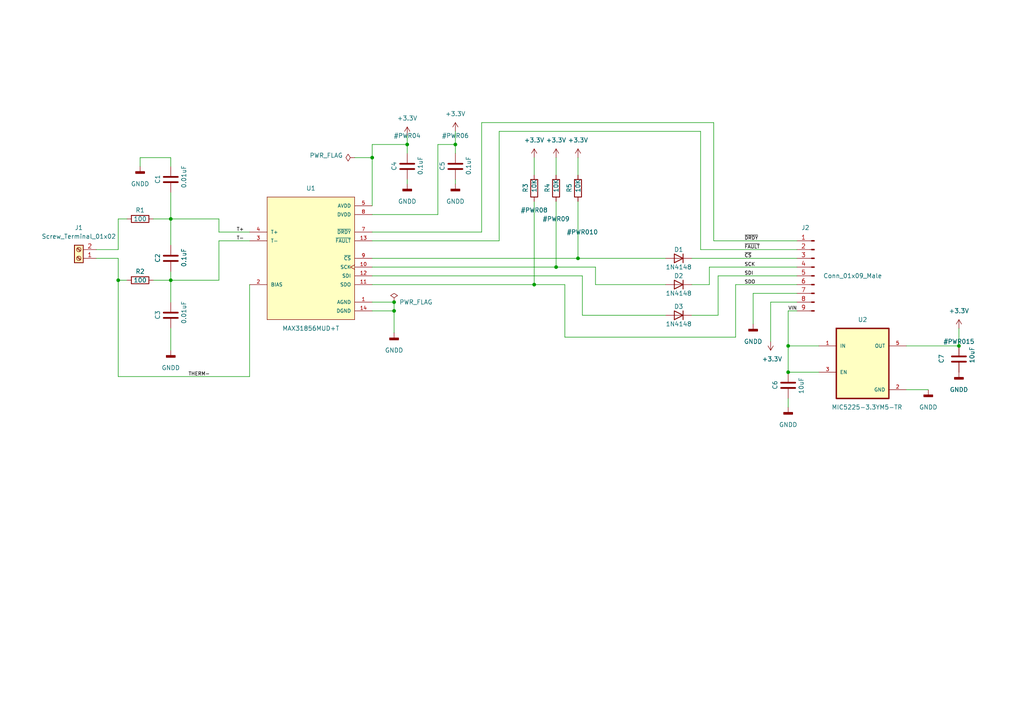
<source format=kicad_sch>
(kicad_sch (version 20211123) (generator eeschema)
  (paper "A4")
  (title_block (title "FLCS MAX31856 board") (date "2022-10-26") (rev "0.0.1") (company "FirstLink Consulting Services") (comment 1 "Based on previous work from AdaFruit"))
  (lib_symbols
    (symbol "Connector:Conn_01x09_Male" (pin_names (offset 1.016) hide)
      (property "Reference" "J" (at 0 12.7 0))
      (property "Value" "Conn_01x09_Male" (at 0 -12.7 0))
      (symbol "Conn_01x09_Male_1_1"
        (polyline (pts (xy 1.27 -10.16) (xy 0.8636 -10.16)) (stroke (width 0.1524)))
        (polyline (pts (xy 1.27 -7.62) (xy 0.8636 -7.62)) (stroke (width 0.1524)))
        (polyline (pts (xy 1.27 -5.08) (xy 0.8636 -5.08)) (stroke (width 0.1524)))
        (polyline (pts (xy 1.27 -2.54) (xy 0.8636 -2.54)) (stroke (width 0.1524)))
        (polyline (pts (xy 1.27 0) (xy 0.8636 0)) (stroke (width 0.1524)))
        (polyline (pts (xy 1.27 2.54) (xy 0.8636 2.54)) (stroke (width 0.1524)))
        (polyline (pts (xy 1.27 5.08) (xy 0.8636 5.08)) (stroke (width 0.1524)))
        (polyline (pts (xy 1.27 7.62) (xy 0.8636 7.62)) (stroke (width 0.1524)))
        (polyline (pts (xy 1.27 10.16) (xy 0.8636 10.16)) (stroke (width 0.1524)))
        (rectangle (start 0.8636 -10.033) (end 0 -10.287) (stroke (width 0.1524)) (fill (type outline)))
        (rectangle (start 0.8636 -7.493) (end 0 -7.747) (stroke (width 0.1524)) (fill (type outline)))
        (rectangle (start 0.8636 -4.953) (end 0 -5.207) (stroke (width 0.1524)) (fill (type outline)))
        (rectangle (start 0.8636 -2.413) (end 0 -2.667) (stroke (width 0.1524)) (fill (type outline)))
        (rectangle (start 0.8636 0.127) (end 0 -0.127) (stroke (width 0.1524)) (fill (type outline)))
        (rectangle (start 0.8636 2.667) (end 0 2.413) (stroke (width 0.1524)) (fill (type outline)))
        (rectangle (start 0.8636 5.207) (end 0 4.953) (stroke (width 0.1524)) (fill (type outline)))
        (rectangle (start 0.8636 7.747) (end 0 7.493) (stroke (width 0.1524)) (fill (type outline)))
        (rectangle (start 0.8636 10.287) (end 0 10.033) (stroke (width 0.1524)) (fill (type outline)))
        (pin passive line (at 5.08 10.16 180) (length 3.81) (name "Pin_1") (number "1"))
        (pin passive line (at 5.08 7.62 180) (length 3.81) (name "Pin_2") (number "2"))
        (pin passive line (at 5.08 5.08 180) (length 3.81) (name "Pin_3") (number "3"))
        (pin passive line (at 5.08 2.54 180) (length 3.81) (name "Pin_4") (number "4"))
        (pin passive line (at 5.08 0 180) (length 3.81) (name "Pin_5") (number "5"))
        (pin passive line (at 5.08 -2.54 180) (length 3.81) (name "Pin_6") (number "6"))
        (pin passive line (at 5.08 -5.08 180) (length 3.81) (name "Pin_7") (number "7"))
        (pin passive line (at 5.08 -7.62 180) (length 3.81) (name "Pin_8") (number "8"))
        (pin passive line (at 5.08 -10.16 180) (length 3.81) (name "Pin_9") (number "9"))
      )
    )
    (symbol "Connector:Screw_Terminal_01x02" (pin_names (offset 1.016) hide)
      (property "Reference" "J" (at 0 2.54 0))
      (property "Value" "Screw_Terminal_01x02" (at 0 -5.08 0))
      (symbol "Screw_Terminal_01x02_1_1"
        (rectangle (start -1.27 1.27) (end 1.27 -3.81) (stroke (width 0.254)) (fill (type background)))
        (circle (center 0 -2.54) (radius 0.635) (stroke (width 0.1524)))
        (polyline (pts (xy -0.5334 -2.2098) (xy 0.3302 -3.048)) (stroke (width 0.1524)))
        (polyline (pts (xy -0.5334 0.3302) (xy 0.3302 -0.508)) (stroke (width 0.1524)))
        (polyline (pts (xy -0.3556 -2.032) (xy 0.508 -2.8702)) (stroke (width 0.1524)))
        (polyline (pts (xy -0.3556 0.508) (xy 0.508 -0.3302)) (stroke (width 0.1524)))
        (circle (center 0 0) (radius 0.635) (stroke (width 0.1524)))
        (pin passive line (at -5.08 0 0) (length 3.81) (name "Pin_1") (number "1"))
        (pin passive line (at -5.08 -2.54 0) (length 3.81) (name "Pin_2") (number "2"))
      )
    )
    (symbol "Device:C" (pin_numbers hide) (pin_names (offset 0.254))
      (property "Reference" "C" (at 0.635 2.54 0))
      (property "Value" "C" (at 0.635 -2.54 0))
      (symbol "C_0_1"
        (polyline (pts (xy -2.032 -0.762) (xy 2.032 -0.762)) (stroke (width 0.508)))
        (polyline (pts (xy -2.032 0.762) (xy 2.032 0.762)) (stroke (width 0.508)))
      )
      (symbol "C_1_1"
        (pin passive line (at 0 3.81 270) (length 2.794) (name "~") (number "1"))
        (pin passive line (at 0 -3.81 90) (length 2.794) (name "~") (number "2"))
      )
    )
    (symbol "Device:R" (pin_numbers hide) (pin_names (offset 0))
      (property "Reference" "R" (at 2.032 0 90))
      (property "Value" "R" (at 0 0 90))
      (symbol "R_0_1"
        (rectangle (start -1.016 -2.54) (end 1.016 2.54) (stroke (width 0.254)))
      )
      (symbol "R_1_1"
        (pin passive line (at 0 3.81 270) (length 1.27) (name "~") (number "1"))
        (pin passive line (at 0 -3.81 90) (length 1.27) (name "~") (number "2"))
      )
    )
    (symbol "Diode:1N4148" (pin_numbers hide) (pin_names hide)
      (property "Reference" "D" (at 0 2.54 0))
      (property "Value" "1N4148" (at 0 -2.54 0))
      (symbol "1N4148_0_1"
        (polyline (pts (xy -1.27 1.27) (xy -1.27 -1.27)) (stroke (width 0.254)))
        (polyline (pts (xy 1.27 0) (xy -1.27 0)))
        (polyline (pts (xy 1.27 1.27) (xy 1.27 -1.27) (xy -1.27 0) (xy 1.27 1.27)) (stroke (width 0.254)))
      )
      (symbol "1N4148_1_1"
        (pin passive line (at -3.81 0 0) (length 2.54) (name "K") (number "1"))
        (pin passive line (at 3.81 0 180) (length 2.54) (name "A") (number "2"))
      )
    )
    (symbol "MAX31856MUD_T:MAX31856MUD+T" (pin_names (offset 1.016))
      (property "Reference" "U" (at -12.7 18.542 0))
      (property "Value" "MAX31856MUD+T" (at -12.7 -20.32 0))
      (symbol "MAX31856MUD+T_0_0"
        (rectangle (start -12.7 -17.78) (end 12.7 17.78) (stroke (width 0.1524)) (fill (type background)))
        (pin power_in line (at 17.78 -12.7 180) (length 5.08) (name "AGND") (number "1"))
        (pin input clock (at 17.78 -2.54 180) (length 5.08) (name "SCK") (number "10"))
        (pin output line (at 17.78 -7.62 180) (length 5.08) (name "SDO") (number "11"))
        (pin input line (at 17.78 -5.08 180) (length 5.08) (name "SDI") (number "12"))
        (pin output line (at 17.78 5.08 180) (length 5.08) (name "~{FAULT}") (number "13"))
        (pin power_in line (at 17.78 -15.24 180) (length 5.08) (name "DGND") (number "14"))
        (pin passive line (at -17.78 -7.62 0) (length 5.08) (name "BIAS") (number "2"))
        (pin input line (at -17.78 5.08 0) (length 5.08) (name "T-") (number "3"))
        (pin input line (at -17.78 7.62 0) (length 5.08) (name "T+") (number "4"))
        (pin power_in line (at 17.78 15.24 180) (length 5.08) (name "AVDD") (number "5"))
        (pin output line (at 17.78 7.62 180) (length 5.08) (name "~{DRDY}") (number "7"))
        (pin power_in line (at 17.78 12.7 180) (length 5.08) (name "DVDD") (number "8"))
        (pin input line (at 17.78 0 180) (length 5.08) (name "~{CS}") (number "9"))
      )
    )
    (symbol "MIC5225-3.3YM5-TR:MIC5225-3.3YM5-TR" (pin_names (offset 1.016))
      (property "Reference" "U" (at -7.6454 11.2014 0))
      (property "Value" "MIC5225-3.3YM5-TR" (at -7.9248 -13.208 0))
      (symbol "MIC5225-3.3YM5-TR_0_0"
        (rectangle (start -7.62 -10.16) (end 7.62 10.16) (stroke (width 0.4064)) (fill (type background)))
        (pin input line (at -12.7 5.08 0) (length 5.08) (name "IN") (number "1"))
        (pin power_in line (at 12.7 -7.62 180) (length 5.08) (name "GND") (number "2"))
        (pin input line (at -12.7 -2.54 0) (length 5.08) (name "EN") (number "3"))
        (pin output line (at 12.7 5.08 180) (length 5.08) (name "OUT") (number "5"))
      )
    )
    (symbol "power:+3.3V" (power) (pin_names (offset 0))
      (property "Value" "+3.3V" (at 0 3.556 0))
      (symbol "+3.3V_0_1"
        (polyline (pts (xy -0.762 1.27) (xy 0 2.54)))
        (polyline (pts (xy 0 0) (xy 0 2.54)))
        (polyline (pts (xy 0 2.54) (xy 0.762 1.27)))
      )
      (symbol "+3.3V_1_1"
        (pin power_in line (at 0 0 90) (length 0) hide (name "+3.3V") (number "1"))
      )
    )
    (symbol "power:GNDD" (power) (pin_names (offset 0))
      (property "Value" "GNDD" (at 0 -3.175 0))
      (symbol "GNDD_0_1"
        (rectangle (start -1.27 -1.524) (end 1.27 -2.032) (stroke (width 0.254)) (fill (type outline)))
        (polyline (pts (xy 0 0) (xy 0 -1.524)))
      )
      (symbol "GNDD_1_1"
        (pin power_in line (at 0 0 270) (length 0) hide (name "GNDD") (number "1"))
      )
    )
    (symbol "power:PWR_FLAG" (power) (pin_numbers hide) (pin_names (offset 0) hide)
      (property "Value" "PWR_FLAG" (at 0 3.81 0))
      (symbol "PWR_FLAG_0_0"
        (pin power_out line (at 0 0 90) (length 0) (name "pwr") (number "1"))
      )
      (symbol "PWR_FLAG_0_1"
        (polyline (pts (xy 0 0) (xy 0 1.27) (xy -1.016 1.905) (xy 0 2.54) (xy 1.016 1.905) (xy 0 1.27)))
      )
    )
  )
  (junction (at 132.08 41.91))
  (junction (at 114.3 90.17))
  (junction (at 154.94 82.55))
  (junction (at 278.13 100.33))
  (junction (at 228.6 100.33))
  (junction (at 49.53 63.5))
  (junction (at 118.11 41.91))
  (junction (at 161.29 77.47))
  (junction (at 114.3 87.63))
  (junction (at 228.6 107.95))
  (junction (at 167.64 74.93))
  (junction (at 34.29 81.28))
  (junction (at 49.53 81.28))
  (junction (at 107.95 45.72))
  (wire (pts (xy 231.14 87.63) (xy 223.52 87.63)))
  (wire (pts (xy 44.45 63.5) (xy 49.53 63.5)))
  (wire (pts (xy 228.6 90.17) (xy 231.14 90.17)))
  (wire (pts (xy 107.95 87.63) (xy 114.3 87.63)))
  (wire (pts (xy 63.5 69.85) (xy 63.5 81.28)))
  (wire (pts (xy 223.52 87.63) (xy 223.52 99.06)))
  (wire (pts (xy 228.6 100.33) (xy 237.49 100.33)))
  (wire (pts (xy 49.53 45.72) (xy 40.64 45.72)))
  (wire (pts (xy 172.72 77.47) (xy 172.72 82.55)))
  (wire (pts (xy 161.29 77.47) (xy 172.72 77.47)))
  (wire (pts (xy 107.95 41.91) (xy 118.11 41.91)))
  (wire (pts (xy 63.5 63.5) (xy 49.53 63.5)))
  (wire (pts (xy 203.2 38.1) (xy 203.2 72.39)))
  (wire (pts (xy 208.28 80.01) (xy 231.14 80.01)))
  (wire (pts (xy 49.53 48.26) (xy 49.53 45.72)))
  (wire (pts (xy 167.64 74.93) (xy 193.04 74.93)))
  (wire (pts (xy 107.95 69.85) (xy 144.78 69.85)))
  (wire (pts (xy 72.39 109.22) (xy 34.29 109.22)))
  (wire (pts (xy 218.44 85.09) (xy 218.44 93.98)))
  (wire (pts (xy 107.95 80.01) (xy 168.91 80.01)))
  (wire (pts (xy 118.11 39.37) (xy 118.11 41.91)))
  (wire (pts (xy 34.29 81.28) (xy 34.29 74.93)))
  (wire (pts (xy 144.78 69.85) (xy 144.78 38.1)))
  (wire (pts (xy 107.95 59.69) (xy 107.95 45.72)))
  (wire (pts (xy 114.3 87.63) (xy 114.3 90.17)))
  (wire (pts (xy 167.64 45.72) (xy 167.64 50.8)))
  (wire (pts (xy 49.53 78.74) (xy 49.53 81.28)))
  (wire (pts (xy 36.83 81.28) (xy 34.29 81.28)))
  (wire (pts (xy 34.29 74.93) (xy 27.94 74.93)))
  (wire (pts (xy 154.94 58.42) (xy 154.94 82.55)))
  (wire (pts (xy 228.6 107.95) (xy 237.49 107.95)))
  (wire (pts (xy 63.5 81.28) (xy 49.53 81.28)))
  (wire (pts (xy 228.6 90.17) (xy 228.6 100.33)))
  (wire (pts (xy 278.13 95.25) (xy 278.13 100.33)))
  (wire (pts (xy 44.45 81.28) (xy 49.53 81.28)))
  (wire (pts (xy 144.78 38.1) (xy 203.2 38.1)))
  (wire (pts (xy 72.39 67.31) (xy 63.5 67.31)))
  (wire (pts (xy 207.01 35.56) (xy 207.01 69.85)))
  (wire (pts (xy 102.87 45.72) (xy 107.95 45.72)))
  (wire (pts (xy 107.95 74.93) (xy 167.64 74.93)))
  (wire (pts (xy 262.89 100.33) (xy 278.13 100.33)))
  (wire (pts (xy 34.29 72.39) (xy 27.94 72.39)))
  (wire (pts (xy 139.7 67.31) (xy 139.7 35.56)))
  (wire (pts (xy 167.64 58.42) (xy 167.64 74.93)))
  (wire (pts (xy 154.94 82.55) (xy 163.83 82.55)))
  (wire (pts (xy 172.72 82.55) (xy 193.04 82.55)))
  (wire (pts (xy 107.95 45.72) (xy 107.95 41.91)))
  (wire (pts (xy 161.29 58.42) (xy 161.29 77.47)))
  (wire (pts (xy 228.6 115.57) (xy 228.6 118.11)))
  (wire (pts (xy 262.89 113.03) (xy 269.24 113.03)))
  (wire (pts (xy 228.6 100.33) (xy 228.6 107.95)))
  (wire (pts (xy 72.39 69.85) (xy 63.5 69.85)))
  (wire (pts (xy 40.64 45.72) (xy 40.64 48.26)))
  (wire (pts (xy 207.01 69.85) (xy 231.14 69.85)))
  (wire (pts (xy 107.95 77.47) (xy 161.29 77.47)))
  (wire (pts (xy 49.53 63.5) (xy 49.53 71.12)))
  (wire (pts (xy 114.3 90.17) (xy 114.3 96.52)))
  (wire (pts (xy 49.53 81.28) (xy 49.53 87.63)))
  (wire (pts (xy 127 62.23) (xy 127 41.91)))
  (wire (pts (xy 163.83 82.55) (xy 163.83 97.79)))
  (wire (pts (xy 107.95 90.17) (xy 114.3 90.17)))
  (wire (pts (xy 63.5 67.31) (xy 63.5 63.5)))
  (wire (pts (xy 168.91 91.44) (xy 193.04 91.44)))
  (wire (pts (xy 203.2 72.39) (xy 231.14 72.39)))
  (wire (pts (xy 107.95 67.31) (xy 139.7 67.31)))
  (wire (pts (xy 200.66 82.55) (xy 205.74 82.55)))
  (wire (pts (xy 72.39 82.55) (xy 72.39 109.22)))
  (wire (pts (xy 107.95 62.23) (xy 127 62.23)))
  (wire (pts (xy 127 41.91) (xy 132.08 41.91)))
  (wire (pts (xy 205.74 77.47) (xy 231.14 77.47)))
  (wire (pts (xy 208.28 91.44) (xy 208.28 80.01)))
  (wire (pts (xy 163.83 97.79) (xy 213.36 97.79)))
  (wire (pts (xy 200.66 91.44) (xy 208.28 91.44)))
  (wire (pts (xy 205.74 82.55) (xy 205.74 77.47)))
  (wire (pts (xy 36.83 63.5) (xy 34.29 63.5)))
  (wire (pts (xy 139.7 35.56) (xy 207.01 35.56)))
  (wire (pts (xy 213.36 97.79) (xy 213.36 82.55)))
  (wire (pts (xy 49.53 95.25) (xy 49.53 101.6)))
  (wire (pts (xy 118.11 52.07) (xy 118.11 53.34)))
  (wire (pts (xy 200.66 74.93) (xy 231.14 74.93)))
  (wire (pts (xy 231.14 85.09) (xy 218.44 85.09)))
  (wire (pts (xy 34.29 63.5) (xy 34.29 72.39)))
  (wire (pts (xy 49.53 55.88) (xy 49.53 63.5)))
  (wire (pts (xy 132.08 38.1) (xy 132.08 41.91)))
  (wire (pts (xy 161.29 45.72) (xy 161.29 50.8)))
  (wire (pts (xy 118.11 41.91) (xy 118.11 44.45)))
  (wire (pts (xy 34.29 109.22) (xy 34.29 81.28)))
  (wire (pts (xy 168.91 80.01) (xy 168.91 91.44)))
  (wire (pts (xy 154.94 45.72) (xy 154.94 50.8)))
  (wire (pts (xy 107.95 82.55) (xy 154.94 82.55)))
  (wire (pts (xy 213.36 82.55) (xy 231.14 82.55)))
  (wire (pts (xy 132.08 41.91) (xy 132.08 44.45)))
  (wire (pts (xy 132.08 52.07) (xy 132.08 53.34)))
  (label "THERM-" (at 54.61 109.22 0) (effects (font (size 1 1))))
  (label "T+" (at 68.58 67.31 0) (effects (font (size 1 1))))
  (label "~{DRDY}" (at 215.9 69.85 0) (effects (font (size 1 1))))
  (label "SDO" (at 215.9 82.55 0) (effects (font (size 1 1))))
  (label "T-" (at 68.58 69.85 0) (effects (font (size 1 1))))
  (label "~{CS}" (at 215.9 74.93 0) (effects (font (size 1 1))))
  (label "VIN" (at 228.6 90.17 0) (effects (font (size 1 1))))
  (label "~{FAULT}" (at 215.9 72.39 0) (effects (font (size 1 1))))
  (label "SCK" (at 215.9 77.47 0) (effects (font (size 1 1))))
  (label "SDI" (at 215.9 80.01 0) (effects (font (size 1 1))))
  (symbol (lib_id "Diode:1N4148") (at 196.85 82.55 180) (unit 1)
    (property "Reference" "D2" (at 196.85 80.01 0))
    (property "Value" "1N4148" (at 196.85 85.09 0))
    (property "Footprint" "Diode_SMD:D_1206_3216Metric_Pad1.42x1.75mm_HandSolder" (effects hide))
    (property "Datasheet" "https://assets.nexperia.com/documents/data-sheet/1N4148_1N4448.pdf" (effects hide))
  )
  (symbol (lib_id "Device:C") (at 132.08 48.26 0) (unit 1)
    (property "Reference" "C5" (at 128.27 49.53 90) (effects (justify left)))
    (property "Value" "0.1uF" (at 135.89 50.8 90) (effects (justify left)))
    (property "Footprint" "Capacitor_Tantalum_SMD:CP_EIA-3216-10_Kemet-I_Pad1.58x1.35mm_HandSolder" (effects hide))
  )
  (symbol (lib_id "power:GNDD") (at 49.53 101.6 0) (unit 1)
    (property "Reference" "#PWR02" (effects hide))
    (property "Value" "GNDD" (at 49.53 106.68 0))
  )
  (symbol (lib_id "power:GNDD") (at 114.3 96.52 0) (unit 1)
    (property "Reference" "#PWR03" (effects hide))
    (property "Value" "GNDD" (at 114.3 101.6 0))
  )
  (symbol (lib_id "Device:R") (at 167.64 54.61 0) (unit 1)
    (property "Reference" "R5" (at 165.1 55.88 90) (effects (justify left)))
    (property "Value" "10K" (at 167.64 55.88 90) (effects (justify left)))
    (property "Footprint" "Resistor_SMD:R_1206_3216Metric_Pad1.30x1.75mm_HandSolder" (effects hide))
  )
  (symbol (lib_id "power:GNDD") (at 278.13 107.95 0) (unit 1)
    (property "Reference" "#PWR016" (effects hide))
    (property "Value" "GNDD" (at 278.13 113.03 0))
  )
  (symbol (lib_id "Device:R") (at 40.64 63.5 90) (unit 1)
    (property "Reference" "R1" (at 40.64 60.96 90))
    (property "Value" "100" (at 40.64 63.5 90))
    (property "Footprint" "Resistor_SMD:R_1206_3216Metric_Pad1.30x1.75mm_HandSolder" (effects hide))
  )
  (symbol (lib_id "Diode:1N4148") (at 196.85 91.44 180) (unit 1)
    (property "Reference" "D3" (at 196.85 88.9 0))
    (property "Value" "1N4148" (at 196.85 93.98 0))
    (property "Footprint" "Diode_SMD:D_1206_3216Metric_Pad1.42x1.75mm_HandSolder" (effects hide))
    (property "Datasheet" "https://assets.nexperia.com/documents/data-sheet/1N4148_1N4448.pdf" (effects hide))
  )
  (symbol (lib_id "power:+3.3V") (at 132.08 38.1 0) (unit 1)
    (property "Reference" "#PWR06" (at 132.08 39.37 0))
    (property "Value" "+3.3V" (at 132.08 33.02 0))
  )
  (symbol (lib_id "power:GNDD") (at 118.11 53.34 0) (unit 1)
    (property "Reference" "#PWR05" (effects hide))
    (property "Value" "GNDD" (at 118.11 58.42 0))
  )
  (symbol (lib_id "power:GNDD") (at 269.24 113.03 0) (unit 1)
    (property "Reference" "#PWR014" (effects hide))
    (property "Value" "GNDD" (at 269.24 118.11 0))
  )
  (symbol (lib_id "Device:C") (at 118.11 48.26 0) (unit 1)
    (property "Reference" "C4" (at 114.3 49.53 90) (effects (justify left)))
    (property "Value" "0.1uF" (at 121.92 50.8 90) (effects (justify left)))
    (property "Footprint" "Capacitor_Tantalum_SMD:CP_EIA-3216-10_Kemet-I_Pad1.58x1.35mm_HandSolder" (effects hide))
  )
  (symbol (lib_id "Device:C") (at 278.13 104.14 0) (unit 1)
    (property "Reference" "C7" (at 273.05 105.41 90) (effects (justify left)))
    (property "Value" "10uF" (at 281.94 105.41 90) (effects (justify left)))
    (property "Footprint" "Capacitor_Tantalum_SMD:CP_EIA-3216-10_Kemet-I_Pad1.58x1.35mm_HandSolder" (effects hide))
  )
  (symbol (lib_id "Device:C") (at 49.53 52.07 0) (unit 1)
    (property "Reference" "C1" (at 45.72 53.34 90) (effects (justify left)))
    (property "Value" "0.01uF" (at 53.34 54.61 90) (effects (justify left)))
    (property "Footprint" "Capacitor_Tantalum_SMD:CP_EIA-3216-10_Kemet-I_Pad1.58x1.35mm_HandSolder" (effects hide))
  )
  (symbol (lib_id "power:+3.3V") (at 223.52 99.06 180) (unit 1)
    (property "Reference" "#PWR012" (effects hide))
    (property "Value" "+3.3V" (at 220.98 104.14 0) (effects (justify right)))
  )
  (symbol (lib_id "power:+3.3V") (at 167.64 45.72 0) (unit 1)
    (property "Reference" "#PWR010" (at 168.91 67.31 0))
    (property "Value" "+3.3V" (at 167.64 40.64 0))
  )
  (symbol (lib_id "power:GNDD") (at 40.64 48.26 0) (unit 1)
    (property "Reference" "#PWR01" (effects hide))
    (property "Value" "GNDD" (at 40.64 53.34 0))
  )
  (symbol (lib_id "Connector:Screw_Terminal_01x02") (at 22.86 74.93 180) (unit 1)
    (property "Reference" "J1" (at 22.86 66.04 0))
    (property "Value" "Screw_Terminal_01x02" (at 22.86 68.58 0))
    (property "Footprint" "TerminalBlock_4Ucon:TerminalBlock_4Ucon_1x02_P3.50mm_Horizontal" (effects hide))
  )
  (symbol (lib_id "Device:C") (at 49.53 91.44 0) (unit 1)
    (property "Reference" "C3" (at 45.72 92.71 90) (effects (justify left)))
    (property "Value" "0.01uF" (at 53.34 93.98 90) (effects (justify left)))
    (property "Footprint" "Capacitor_Tantalum_SMD:CP_EIA-3216-10_Kemet-I_Pad1.58x1.35mm_HandSolder" (effects hide))
  )
  (symbol (lib_id "power:+3.3V") (at 278.13 95.25 0) (unit 1)
    (property "Reference" "#PWR015" (at 278.13 99.06 0))
    (property "Value" "+3.3V" (at 278.13 90.17 0))
  )
  (symbol (lib_id "Device:R") (at 40.64 81.28 90) (unit 1)
    (property "Reference" "R2" (at 40.64 78.74 90))
    (property "Value" "100" (at 40.64 81.28 90))
    (property "Footprint" "Resistor_SMD:R_1206_3216Metric_Pad1.30x1.75mm_HandSolder" (effects hide))
  )
  (symbol (lib_id "Device:C") (at 49.53 74.93 0) (unit 1)
    (property "Reference" "C2" (at 45.72 76.2 90) (effects (justify left)))
    (property "Value" "0.1uF" (at 53.34 77.47 90) (effects (justify left)))
    (property "Footprint" "Capacitor_Tantalum_SMD:CP_EIA-3216-10_Kemet-I_Pad1.58x1.35mm_HandSolder" (effects hide))
  )
  (symbol (lib_id "power:+3.3V") (at 154.94 45.72 0) (unit 1)
    (property "Reference" "#PWR08" (at 154.94 60.96 0))
    (property "Value" "+3.3V" (at 154.94 40.64 0))
  )
  (symbol (lib_id "power:GNDD") (at 132.08 53.34 0) (unit 1)
    (property "Reference" "#PWR07" (effects hide))
    (property "Value" "GNDD" (at 132.08 58.42 0))
  )
  (symbol (lib_id "power:PWR_FLAG") (at 102.87 45.72 90) (mirror x) (unit 1)
    (property "Reference" "#FLG01" (effects hide))
    (property "Value" "PWR_FLAG" (at 94.615 45.085 90))
  )
  (symbol (lib_id "power:GNDD") (at 218.44 93.98 0) (unit 1)
    (property "Reference" "#PWR011" (effects hide))
    (property "Value" "GNDD" (at 218.44 99.06 0))
  )
  (symbol (lib_id "Connector:Conn_01x09_Male") (at 236.22 80.01 0) (mirror y) (unit 1)
    (property "Reference" "J2" (at 232.41 66.04 0) (effects (justify right)))
    (property "Value" "Conn_01x09_Male" (at 238.76 80.01 0) (effects (justify right)))
    (property "Footprint" "Connector_PinHeader_2.54mm:PinHeader_1x09_P2.54mm_Vertical" (effects hide))
  )
  (symbol (lib_id "Device:C") (at 228.6 111.76 0) (unit 1)
    (property "Reference" "C6" (at 224.79 113.03 90) (effects (justify left)))
    (property "Value" "10uF" (at 232.41 114.3 90) (effects (justify left)))
    (property "Footprint" "Capacitor_Tantalum_SMD:CP_EIA-3216-10_Kemet-I_Pad1.58x1.35mm_HandSolder" (effects hide))
  )
  (symbol (lib_id "Device:R") (at 161.29 54.61 0) (unit 1)
    (property "Reference" "R4" (at 158.75 55.88 90) (effects (justify left)))
    (property "Value" "10K" (at 161.29 55.88 90) (effects (justify left)))
    (property "Footprint" "Resistor_SMD:R_1206_3216Metric_Pad1.30x1.75mm_HandSolder" (effects hide))
  )
  (symbol (lib_id "Device:R") (at 154.94 54.61 0) (unit 1)
    (property "Reference" "R3" (at 152.4 55.88 90) (effects (justify left)))
    (property "Value" "10K" (at 154.94 55.88 90) (effects (justify left)))
    (property "Footprint" "Resistor_SMD:R_1206_3216Metric_Pad1.30x1.75mm_HandSolder" (effects hide))
  )
  (symbol (lib_id "MIC5225-3.3YM5-TR:MIC5225-3.3YM5-TR") (at 250.19 105.41 0) (unit 1)
    (property "Reference" "U2" (at 250.19 92.71 0))
    (property "Value" "MIC5225-3.3YM5-TR" (at 251.46 118.11 0))
    (property "Footprint" "libkicad:SOT95P280X145-5N" (effects hide))
    (property "MANUFACTURER" "Microchip" (effects hide))
    (property "STANDARD" "IPC-7351B" (effects hide))
  )
  (symbol (lib_id "MAX31856MUD_T:MAX31856MUD+T") (at 90.17 74.93 0) (unit 1)
    (property "Reference" "U1" (at 90.17 54.61 0))
    (property "Value" "MAX31856MUD+T" (at 90.17 95.25 0))
    (property "Footprint" "libkicad:SOP65P640X110-14N" (effects hide))
    (property "E_MIN" "6.25" (effects hide))
    (property "L_NOM" "0.6" (effects hide))
    (property "MANUFACTURER" "Maxim Integrated" (effects hide))
    (property "STANDARD" "IPC 7351B" (effects hide))
    (property "D_MAX" "5.1" (effects hide))
    (property "D2_NOM" "None" (effects hide))
    (property "A_MAX" "1.1" (effects hide))
    (property "E_MAX" "6.55" (effects hide))
    (property "ENOM" "0.65" (effects hide))
    (property "E_NOM" "6.4" (effects hide))
    (property "D_NOM" "5.0" (effects hide))
    (property "B_NOM" "0.245" (effects hide))
    (property "A_NOM" "1.1" (effects hide))
    (property "B_MAX" "0.3" (effects hide))
    (property "D2_MIN" "None" (effects hide))
    (property "B_MIN" "0.19" (effects hide))
    (property "A1_MAX" "None" (effects hide))
    (property "E2_MAX" "0.0" (effects hide))
    (property "A_MIN" "1.1" (effects hide))
    (property "PIN_COUNT" "14.0" (effects hide))
    (property "A1_NOM" "None" (effects hide))
    (property "E1_MAX" "4.5" (effects hide))
    (property "E2_MIN" "None" (effects hide))
    (property "A1_MIN" "0.05" (effects hide))
    (property "D2_MAX" "0.0" (effects hide))
    (property "L_MIN" "0.5" (effects hide))
    (property "PARTREV" "0" (effects hide))
    (property "E1_NOM" "4.4" (effects hide))
    (property "L_MAX" "0.7" (effects hide))
    (property "E2_NOM" "None" (effects hide))
    (property "D_MIN" "4.9" (effects hide))
    (property "E1_MIN" "4.3" (effects hide))
  )
  (symbol (lib_id "Diode:1N4148") (at 196.85 74.93 180) (unit 1)
    (property "Reference" "D1" (at 196.85 72.39 0))
    (property "Value" "1N4148" (at 196.85 77.47 0))
    (property "Footprint" "Diode_SMD:D_1206_3216Metric_Pad1.42x1.75mm_HandSolder" (effects hide))
    (property "Datasheet" "https://assets.nexperia.com/documents/data-sheet/1N4148_1N4448.pdf" (effects hide))
  )
  (symbol (lib_id "power:+3.3V") (at 161.29 45.72 0) (unit 1)
    (property "Reference" "#PWR09" (at 161.29 63.5 0))
    (property "Value" "+3.3V" (at 161.29 40.64 0))
  )
  (symbol (lib_id "power:PWR_FLAG") (at 114.3 87.63 0) (unit 1)
    (property "Reference" "#FLG02" (effects hide))
    (property "Value" "PWR_FLAG" (at 120.65 87.63 0))
  )
  (symbol (lib_id "power:GNDD") (at 228.6 118.11 0) (unit 1)
    (property "Reference" "#PWR013" (effects hide))
    (property "Value" "GNDD" (at 228.6 123.19 0))
  )
  (symbol (lib_id "power:+3.3V") (at 118.11 39.37 0) (unit 1)
    (property "Reference" "#PWR04" (at 118.11 39.37 0))
    (property "Value" "+3.3V" (at 118.11 34.29 0))
  )
)
</source>
